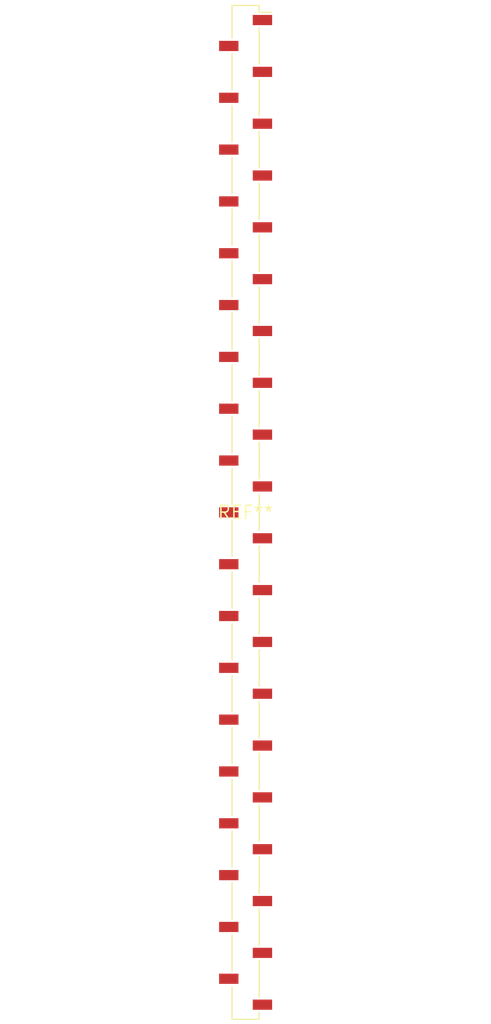
<source format=kicad_pcb>
(kicad_pcb (version 20240108) (generator pcbnew)
  (layers (0 "F.Cu" signal) (31 "B.Cu" signal) (34 "B.Paste" user) (35 "F.Paste" user) (36 "B.SilkS" user "B.Silkscreen") (37 "F.SilkS" user "F.Silkscreen") (38 "B.Mask" user) (39 "F.Mask" user) (44 "Edge.Cuts" user))
  (net 0 "")
  (footprint "PinSocket_1x39_P2.54mm_Vertical_SMD_Pin1Right" (layer "F.Cu") (at 0 0)
    (property "Reference" "REF**")
    (property "Value" "PinSocket_1x39_P2.54mm_Vertical_SMD_Pin1Right")
    (fp_line (start -1.33 -49.69) (end -1.33 -46.48) (layer "F.SilkS") (stroke (width 0.12)))
    (fp_line (start -1.33 -49.69) (end 1.33 -49.69) (layer "F.SilkS") (stroke (width 0.12)))
    (fp_line (start -1.33 -44.96) (end -1.33 -41.4) (layer "F.SilkS") (stroke (width 0.12)))
    (fp_line (start -1.33 -39.88) (end -1.33 -36.32) (layer "F.SilkS") (stroke (width 0.12)))
    (fp_line (start -1.33 -34.8) (end -1.33 -31.24) (layer "F.SilkS") (stroke (width 0.12)))
    (fp_line (start -1.33 -29.72) (end -1.33 -26.16) (layer "F.SilkS") (stroke (width 0.12)))
    (fp_line (start -1.33 -24.64) (end -1.33 -21.08) (layer "F.SilkS") (stroke (width 0.12)))
    (fp_line (start -1.33 -19.56) (end -1.33 -16) (layer "F.SilkS") (stroke (width 0.12)))
    (fp_line (start -1.33 -14.48) (end -1.33 -10.92) (layer "F.SilkS") (stroke (width 0.12)))
    (fp_line (start -1.33 -9.4) (end -1.33 -5.84) (layer "F.SilkS") (stroke (width 0.12)))
    (fp_line (start -1.33 -4.32) (end -1.33 -0.76) (layer "F.SilkS") (stroke (width 0.12)))
    (fp_line (start -1.33 0.76) (end -1.33 4.32) (layer "F.SilkS") (stroke (width 0.12)))
    (fp_line (start -1.33 5.84) (end -1.33 9.4) (layer "F.SilkS") (stroke (width 0.12)))
    (fp_line (start -1.33 10.92) (end -1.33 14.48) (layer "F.SilkS") (stroke (width 0.12)))
    (fp_line (start -1.33 16) (end -1.33 19.56) (layer "F.SilkS") (stroke (width 0.12)))
    (fp_line (start -1.33 21.08) (end -1.33 24.64) (layer "F.SilkS") (stroke (width 0.12)))
    (fp_line (start -1.33 26.16) (end -1.33 29.72) (layer "F.SilkS") (stroke (width 0.12)))
    (fp_line (start -1.33 31.24) (end -1.33 34.8) (layer "F.SilkS") (stroke (width 0.12)))
    (fp_line (start -1.33 36.32) (end -1.33 39.88) (layer "F.SilkS") (stroke (width 0.12)))
    (fp_line (start -1.33 41.4) (end -1.33 44.96) (layer "F.SilkS") (stroke (width 0.12)))
    (fp_line (start -1.33 46.48) (end -1.33 49.69) (layer "F.SilkS") (stroke (width 0.12)))
    (fp_line (start -1.33 49.69) (end 1.33 49.69) (layer "F.SilkS") (stroke (width 0.12)))
    (fp_line (start 1.33 -49.69) (end 1.33 -49.02) (layer "F.SilkS") (stroke (width 0.12)))
    (fp_line (start 1.33 -49.02) (end 2.54 -49.02) (layer "F.SilkS") (stroke (width 0.12)))
    (fp_line (start 1.33 -47.5) (end 1.33 -43.94) (layer "F.SilkS") (stroke (width 0.12)))
    (fp_line (start 1.33 -42.42) (end 1.33 -38.86) (layer "F.SilkS") (stroke (width 0.12)))
    (fp_line (start 1.33 -37.34) (end 1.33 -33.78) (layer "F.SilkS") (stroke (width 0.12)))
    (fp_line (start 1.33 -32.26) (end 1.33 -28.7) (layer "F.SilkS") (stroke (width 0.12)))
    (fp_line (start 1.33 -27.18) (end 1.33 -23.62) (layer "F.SilkS") (stroke (width 0.12)))
    (fp_line (start 1.33 -22.1) (end 1.33 -18.54) (layer "F.SilkS") (stroke (width 0.12)))
    (fp_line (start 1.33 -17.02) (end 1.33 -13.46) (layer "F.SilkS") (stroke (width 0.12)))
    (fp_line (start 1.33 -11.94) (end 1.33 -8.38) (layer "F.SilkS") (stroke (width 0.12)))
    (fp_line (start 1.33 -6.86) (end 1.33 -3.3) (layer "F.SilkS") (stroke (width 0.12)))
    (fp_line (start 1.33 -1.78) (end 1.33 1.78) (layer "F.SilkS") (stroke (width 0.12)))
    (fp_line (start 1.33 3.3) (end 1.33 6.86) (layer "F.SilkS") (stroke (width 0.12)))
    (fp_line (start 1.33 8.38) (end 1.33 11.94) (layer "F.SilkS") (stroke (width 0.12)))
    (fp_line (start 1.33 13.46) (end 1.33 17.02) (layer "F.SilkS") (stroke (width 0.12)))
    (fp_line (start 1.33 18.54) (end 1.33 22.1) (layer "F.SilkS") (stroke (width 0.12)))
    (fp_line (start 1.33 23.62) (end 1.33 27.18) (layer "F.SilkS") (stroke (width 0.12)))
    (fp_line (start 1.33 28.7) (end 1.33 32.26) (layer "F.SilkS") (stroke (width 0.12)))
    (fp_line (start 1.33 33.78) (end 1.33 37.34) (layer "F.SilkS") (stroke (width 0.12)))
    (fp_line (start 1.33 38.86) (end 1.33 42.42) (layer "F.SilkS") (stroke (width 0.12)))
    (fp_line (start 1.33 43.94) (end 1.33 47.5) (layer "F.SilkS") (stroke (width 0.12)))
    (fp_line (start 1.33 49.02) (end 1.33 49.69) (layer "F.SilkS") (stroke (width 0.12)))
    (pad "1" smd rect (at 1.65 -48.26) (size 1.9 1) (layers "F.Cu" "F.Paste" "F.Mask"))
    (pad "2" smd rect (at -1.65 -45.72) (size 1.9 1) (layers "F.Cu" "F.Paste" "F.Mask"))
    (pad "3" smd rect (at 1.65 -43.18) (size 1.9 1) (layers "F.Cu" "F.Paste" "F.Mask"))
    (pad "4" smd rect (at -1.65 -40.64) (size 1.9 1) (layers "F.Cu" "F.Paste" "F.Mask"))
    (pad "5" smd rect (at 1.65 -38.1) (size 1.9 1) (layers "F.Cu" "F.Paste" "F.Mask"))
    (pad "6" smd rect (at -1.65 -35.56) (size 1.9 1) (layers "F.Cu" "F.Paste" "F.Mask"))
    (pad "7" smd rect (at 1.65 -33.02) (size 1.9 1) (layers "F.Cu" "F.Paste" "F.Mask"))
    (pad "8" smd rect (at -1.65 -30.48) (size 1.9 1) (layers "F.Cu" "F.Paste" "F.Mask"))
    (pad "9" smd rect (at 1.65 -27.94) (size 1.9 1) (layers "F.Cu" "F.Paste" "F.Mask"))
    (pad "10" smd rect (at -1.65 -25.4) (size 1.9 1) (layers "F.Cu" "F.Paste" "F.Mask"))
    (pad "11" smd rect (at 1.65 -22.86) (size 1.9 1) (layers "F.Cu" "F.Paste" "F.Mask"))
    (pad "12" smd rect (at -1.65 -20.32) (size 1.9 1) (layers "F.Cu" "F.Paste" "F.Mask"))
    (pad "13" smd rect (at 1.65 -17.78) (size 1.9 1) (layers "F.Cu" "F.Paste" "F.Mask"))
    (pad "14" smd rect (at -1.65 -15.24) (size 1.9 1) (layers "F.Cu" "F.Paste" "F.Mask"))
    (pad "15" smd rect (at 1.65 -12.7) (size 1.9 1) (layers "F.Cu" "F.Paste" "F.Mask"))
    (pad "16" smd rect (at -1.65 -10.16) (size 1.9 1) (layers "F.Cu" "F.Paste" "F.Mask"))
    (pad "17" smd rect (at 1.65 -7.62) (size 1.9 1) (layers "F.Cu" "F.Paste" "F.Mask"))
    (pad "18" smd rect (at -1.65 -5.08) (size 1.9 1) (layers "F.Cu" "F.Paste" "F.Mask"))
    (pad "19" smd rect (at 1.65 -2.54) (size 1.9 1) (layers "F.Cu" "F.Paste" "F.Mask"))
    (pad "20" smd rect (at -1.65 0) (size 1.9 1) (layers "F.Cu" "F.Paste" "F.Mask"))
    (pad "21" smd rect (at 1.65 2.54) (size 1.9 1) (layers "F.Cu" "F.Paste" "F.Mask"))
    (pad "22" smd rect (at -1.65 5.08) (size 1.9 1) (layers "F.Cu" "F.Paste" "F.Mask"))
    (pad "23" smd rect (at 1.65 7.62) (size 1.9 1) (layers "F.Cu" "F.Paste" "F.Mask"))
    (pad "24" smd rect (at -1.65 10.16) (size 1.9 1) (layers "F.Cu" "F.Paste" "F.Mask"))
    (pad "25" smd rect (at 1.65 12.7) (size 1.9 1) (layers "F.Cu" "F.Paste" "F.Mask"))
    (pad "26" smd rect (at -1.65 15.24) (size 1.9 1) (layers "F.Cu" "F.Paste" "F.Mask"))
    (pad "27" smd rect (at 1.65 17.78) (size 1.9 1) (layers "F.Cu" "F.Paste" "F.Mask"))
    (pad "28" smd rect (at -1.65 20.32) (size 1.9 1) (layers "F.Cu" "F.Paste" "F.Mask"))
    (pad "29" smd rect (at 1.65 22.86) (size 1.9 1) (layers "F.Cu" "F.Paste" "F.Mask"))
    (pad "30" smd rect (at -1.65 25.4) (size 1.9 1) (layers "F.Cu" "F.Paste" "F.Mask"))
    (pad "31" smd rect (at 1.65 27.94) (size 1.9 1) (layers "F.Cu" "F.Paste" "F.Mask"))
    (pad "32" smd rect (at -1.65 30.48) (size 1.9 1) (layers "F.Cu" "F.Paste" "F.Mask"))
    (pad "33" smd rect (at 1.65 33.02) (size 1.9 1) (layers "F.Cu" "F.Paste" "F.Mask"))
    (pad "34" smd rect (at -1.65 35.56) (size 1.9 1) (layers "F.Cu" "F.Paste" "F.Mask"))
    (pad "35" smd rect (at 1.65 38.1) (size 1.9 1) (layers "F.Cu" "F.Paste" "F.Mask"))
    (pad "36" smd rect (at -1.65 40.64) (size 1.9 1) (layers "F.Cu" "F.Paste" "F.Mask"))
    (pad "37" smd rect (at 1.65 43.18) (size 1.9 1) (layers "F.Cu" "F.Paste" "F.Mask"))
    (pad "38" smd rect (at -1.65 45.72) (size 1.9 1) (layers "F.Cu" "F.Paste" "F.Mask"))
    (pad "39" smd rect (at 1.65 48.26) (size 1.9 1) (layers "F.Cu" "F.Paste" "F.Mask"))
  )
)
</source>
